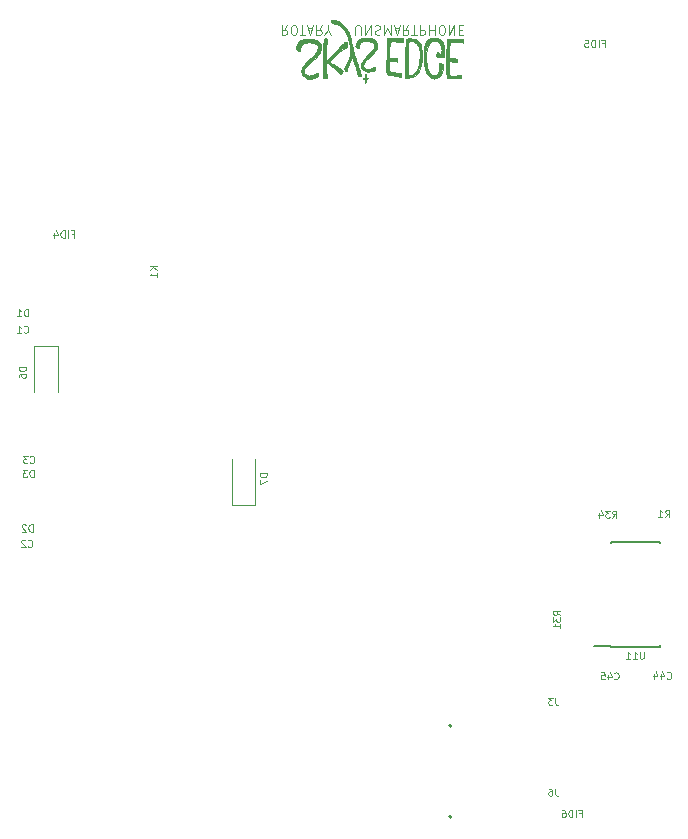
<source format=gbr>
G04 #@! TF.GenerationSoftware,KiCad,Pcbnew,5.1.6+dfsg1-1~bpo10+1*
G04 #@! TF.CreationDate,2021-06-19T16:41:49-04:00*
G04 #@! TF.ProjectId,RUSP_Daughterboard,52555350-5f44-4617-9567-68746572626f,rev?*
G04 #@! TF.SameCoordinates,Original*
G04 #@! TF.FileFunction,Legend,Bot*
G04 #@! TF.FilePolarity,Positive*
%FSLAX46Y46*%
G04 Gerber Fmt 4.6, Leading zero omitted, Abs format (unit mm)*
G04 Created by KiCad (PCBNEW 5.1.6+dfsg1-1~bpo10+1) date 2021-06-19 16:41:49*
%MOMM*%
%LPD*%
G01*
G04 APERTURE LIST*
%ADD10C,0.120000*%
%ADD11C,0.150000*%
%ADD12C,0.010000*%
G04 APERTURE END LIST*
D10*
X145380952Y-70438095D02*
X145114285Y-70819047D01*
X144923809Y-70438095D02*
X144923809Y-71238095D01*
X145228571Y-71238095D01*
X145304761Y-71200000D01*
X145342857Y-71161904D01*
X145380952Y-71085714D01*
X145380952Y-70971428D01*
X145342857Y-70895238D01*
X145304761Y-70857142D01*
X145228571Y-70819047D01*
X144923809Y-70819047D01*
X145876190Y-71238095D02*
X146028571Y-71238095D01*
X146104761Y-71200000D01*
X146180952Y-71123809D01*
X146219047Y-70971428D01*
X146219047Y-70704761D01*
X146180952Y-70552380D01*
X146104761Y-70476190D01*
X146028571Y-70438095D01*
X145876190Y-70438095D01*
X145800000Y-70476190D01*
X145723809Y-70552380D01*
X145685714Y-70704761D01*
X145685714Y-70971428D01*
X145723809Y-71123809D01*
X145800000Y-71200000D01*
X145876190Y-71238095D01*
X146447619Y-71238095D02*
X146904761Y-71238095D01*
X146676190Y-70438095D02*
X146676190Y-71238095D01*
X147133333Y-70666666D02*
X147514285Y-70666666D01*
X147057142Y-70438095D02*
X147323809Y-71238095D01*
X147590476Y-70438095D01*
X148314285Y-70438095D02*
X148047619Y-70819047D01*
X147857142Y-70438095D02*
X147857142Y-71238095D01*
X148161904Y-71238095D01*
X148238095Y-71200000D01*
X148276190Y-71161904D01*
X148314285Y-71085714D01*
X148314285Y-70971428D01*
X148276190Y-70895238D01*
X148238095Y-70857142D01*
X148161904Y-70819047D01*
X147857142Y-70819047D01*
X148809523Y-70819047D02*
X148809523Y-70438095D01*
X148542857Y-71238095D02*
X148809523Y-70819047D01*
X149076190Y-71238095D01*
X151171428Y-71238095D02*
X151171428Y-70590476D01*
X151209523Y-70514285D01*
X151247619Y-70476190D01*
X151323809Y-70438095D01*
X151476190Y-70438095D01*
X151552380Y-70476190D01*
X151590476Y-70514285D01*
X151628571Y-70590476D01*
X151628571Y-71238095D01*
X152009523Y-70438095D02*
X152009523Y-71238095D01*
X152466666Y-70438095D01*
X152466666Y-71238095D01*
X152809523Y-70476190D02*
X152923809Y-70438095D01*
X153114285Y-70438095D01*
X153190476Y-70476190D01*
X153228571Y-70514285D01*
X153266666Y-70590476D01*
X153266666Y-70666666D01*
X153228571Y-70742857D01*
X153190476Y-70780952D01*
X153114285Y-70819047D01*
X152961904Y-70857142D01*
X152885714Y-70895238D01*
X152847619Y-70933333D01*
X152809523Y-71009523D01*
X152809523Y-71085714D01*
X152847619Y-71161904D01*
X152885714Y-71200000D01*
X152961904Y-71238095D01*
X153152380Y-71238095D01*
X153266666Y-71200000D01*
X153609523Y-70438095D02*
X153609523Y-71238095D01*
X153876190Y-70666666D01*
X154142857Y-71238095D01*
X154142857Y-70438095D01*
X154485714Y-70666666D02*
X154866666Y-70666666D01*
X154409523Y-70438095D02*
X154676190Y-71238095D01*
X154942857Y-70438095D01*
X155666666Y-70438095D02*
X155400000Y-70819047D01*
X155209523Y-70438095D02*
X155209523Y-71238095D01*
X155514285Y-71238095D01*
X155590476Y-71200000D01*
X155628571Y-71161904D01*
X155666666Y-71085714D01*
X155666666Y-70971428D01*
X155628571Y-70895238D01*
X155590476Y-70857142D01*
X155514285Y-70819047D01*
X155209523Y-70819047D01*
X155895238Y-71238095D02*
X156352380Y-71238095D01*
X156123809Y-70438095D02*
X156123809Y-71238095D01*
X156619047Y-70438095D02*
X156619047Y-71238095D01*
X156923809Y-71238095D01*
X157000000Y-71200000D01*
X157038095Y-71161904D01*
X157076190Y-71085714D01*
X157076190Y-70971428D01*
X157038095Y-70895238D01*
X157000000Y-70857142D01*
X156923809Y-70819047D01*
X156619047Y-70819047D01*
X157419047Y-70438095D02*
X157419047Y-71238095D01*
X157419047Y-70857142D02*
X157876190Y-70857142D01*
X157876190Y-70438095D02*
X157876190Y-71238095D01*
X158409523Y-71238095D02*
X158561904Y-71238095D01*
X158638095Y-71200000D01*
X158714285Y-71123809D01*
X158752380Y-70971428D01*
X158752380Y-70704761D01*
X158714285Y-70552380D01*
X158638095Y-70476190D01*
X158561904Y-70438095D01*
X158409523Y-70438095D01*
X158333333Y-70476190D01*
X158257142Y-70552380D01*
X158219047Y-70704761D01*
X158219047Y-70971428D01*
X158257142Y-71123809D01*
X158333333Y-71200000D01*
X158409523Y-71238095D01*
X159095238Y-70438095D02*
X159095238Y-71238095D01*
X159552380Y-70438095D01*
X159552380Y-71238095D01*
X159933333Y-70857142D02*
X160200000Y-70857142D01*
X160314285Y-70438095D02*
X159933333Y-70438095D01*
X159933333Y-71238095D01*
X160314285Y-71238095D01*
D11*
X159311803Y-129750000D02*
G75*
G03*
X159311803Y-129750000I-111803J0D01*
G01*
X159311803Y-137450000D02*
G75*
G03*
X159311803Y-137450000I-111803J0D01*
G01*
X172775000Y-123050000D02*
X172775000Y-123025000D01*
X176925000Y-123050000D02*
X176925000Y-122935000D01*
X176925000Y-114150000D02*
X176925000Y-114265000D01*
X172775000Y-114150000D02*
X172775000Y-114265000D01*
X172775000Y-123050000D02*
X176925000Y-123050000D01*
X172775000Y-114150000D02*
X176925000Y-114150000D01*
X172775000Y-123025000D02*
X171400000Y-123025000D01*
D10*
X124000000Y-97550000D02*
X124000000Y-101450000D01*
X126000000Y-97550000D02*
X126000000Y-101450000D01*
X124000000Y-97550000D02*
X126000000Y-97550000D01*
X142700000Y-111050000D02*
X140700000Y-111050000D01*
X140700000Y-111050000D02*
X140700000Y-107150000D01*
X142700000Y-111050000D02*
X142700000Y-107150000D01*
D12*
G36*
X151582027Y-74717119D02*
G01*
X151627971Y-74695121D01*
X151631396Y-74689271D01*
X151629853Y-74645319D01*
X151612009Y-74557939D01*
X151580389Y-74435612D01*
X151537516Y-74286819D01*
X151485915Y-74120042D01*
X151428111Y-73943761D01*
X151366626Y-73766458D01*
X151314220Y-73623569D01*
X151241465Y-73427433D01*
X151180168Y-73252999D01*
X151126994Y-73088505D01*
X151078607Y-72922187D01*
X151031670Y-72742283D01*
X150982847Y-72537031D01*
X150928804Y-72294666D01*
X150901262Y-72167432D01*
X150832751Y-71859746D01*
X150769406Y-71599981D01*
X150709087Y-71381326D01*
X150649657Y-71196971D01*
X150588976Y-71040105D01*
X150524905Y-70903916D01*
X150477688Y-70818587D01*
X150362788Y-70652413D01*
X150214019Y-70479544D01*
X150047462Y-70316822D01*
X149879196Y-70181086D01*
X149848913Y-70160108D01*
X149732472Y-70092315D01*
X149604642Y-70035053D01*
X149475054Y-69990499D01*
X149353340Y-69960831D01*
X149249131Y-69948223D01*
X149172058Y-69954853D01*
X149131752Y-69982897D01*
X149128161Y-69997228D01*
X149128130Y-70093206D01*
X149137863Y-70177578D01*
X149154825Y-70230283D01*
X149158157Y-70234558D01*
X149194580Y-70250218D01*
X149270402Y-70270277D01*
X149370433Y-70290815D01*
X149388944Y-70294106D01*
X149577709Y-70340628D01*
X149743141Y-70414306D01*
X149899047Y-70523125D01*
X150059234Y-70675071D01*
X150072968Y-70689672D01*
X150219920Y-70866465D01*
X150344922Y-71061224D01*
X150450393Y-71280429D01*
X150538750Y-71530562D01*
X150612413Y-71818102D01*
X150673799Y-72149530D01*
X150708356Y-72392282D01*
X150729592Y-72564118D01*
X150742713Y-72704473D01*
X150745569Y-72823767D01*
X150736013Y-72932417D01*
X150711898Y-73040840D01*
X150671075Y-73159455D01*
X150611399Y-73298678D01*
X150530720Y-73468927D01*
X150454204Y-73625137D01*
X150207625Y-74126185D01*
X150256040Y-74208819D01*
X150308756Y-74280825D01*
X150362991Y-74327202D01*
X150406381Y-74338412D01*
X150416446Y-74332539D01*
X150430254Y-74298156D01*
X150449427Y-74224929D01*
X150469912Y-74128422D01*
X150470706Y-74124275D01*
X150497308Y-74020759D01*
X150541566Y-73886322D01*
X150596923Y-73739672D01*
X150647009Y-73621168D01*
X150725930Y-73447977D01*
X150787629Y-73321684D01*
X150835529Y-73237971D01*
X150873052Y-73192522D01*
X150903621Y-73181023D01*
X150930658Y-73199155D01*
X150953446Y-73234694D01*
X150973550Y-73284596D01*
X151005298Y-73378013D01*
X151045806Y-73505186D01*
X151092193Y-73656358D01*
X151141576Y-73821769D01*
X151191074Y-73991662D01*
X151237802Y-74156279D01*
X151278880Y-74305861D01*
X151311425Y-74430651D01*
X151330510Y-74511250D01*
X151376795Y-74725217D01*
X151497198Y-74725217D01*
X151582027Y-74717119D01*
G37*
X151582027Y-74717119D02*
X151627971Y-74695121D01*
X151631396Y-74689271D01*
X151629853Y-74645319D01*
X151612009Y-74557939D01*
X151580389Y-74435612D01*
X151537516Y-74286819D01*
X151485915Y-74120042D01*
X151428111Y-73943761D01*
X151366626Y-73766458D01*
X151314220Y-73623569D01*
X151241465Y-73427433D01*
X151180168Y-73252999D01*
X151126994Y-73088505D01*
X151078607Y-72922187D01*
X151031670Y-72742283D01*
X150982847Y-72537031D01*
X150928804Y-72294666D01*
X150901262Y-72167432D01*
X150832751Y-71859746D01*
X150769406Y-71599981D01*
X150709087Y-71381326D01*
X150649657Y-71196971D01*
X150588976Y-71040105D01*
X150524905Y-70903916D01*
X150477688Y-70818587D01*
X150362788Y-70652413D01*
X150214019Y-70479544D01*
X150047462Y-70316822D01*
X149879196Y-70181086D01*
X149848913Y-70160108D01*
X149732472Y-70092315D01*
X149604642Y-70035053D01*
X149475054Y-69990499D01*
X149353340Y-69960831D01*
X149249131Y-69948223D01*
X149172058Y-69954853D01*
X149131752Y-69982897D01*
X149128161Y-69997228D01*
X149128130Y-70093206D01*
X149137863Y-70177578D01*
X149154825Y-70230283D01*
X149158157Y-70234558D01*
X149194580Y-70250218D01*
X149270402Y-70270277D01*
X149370433Y-70290815D01*
X149388944Y-70294106D01*
X149577709Y-70340628D01*
X149743141Y-70414306D01*
X149899047Y-70523125D01*
X150059234Y-70675071D01*
X150072968Y-70689672D01*
X150219920Y-70866465D01*
X150344922Y-71061224D01*
X150450393Y-71280429D01*
X150538750Y-71530562D01*
X150612413Y-71818102D01*
X150673799Y-72149530D01*
X150708356Y-72392282D01*
X150729592Y-72564118D01*
X150742713Y-72704473D01*
X150745569Y-72823767D01*
X150736013Y-72932417D01*
X150711898Y-73040840D01*
X150671075Y-73159455D01*
X150611399Y-73298678D01*
X150530720Y-73468927D01*
X150454204Y-73625137D01*
X150207625Y-74126185D01*
X150256040Y-74208819D01*
X150308756Y-74280825D01*
X150362991Y-74327202D01*
X150406381Y-74338412D01*
X150416446Y-74332539D01*
X150430254Y-74298156D01*
X150449427Y-74224929D01*
X150469912Y-74128422D01*
X150470706Y-74124275D01*
X150497308Y-74020759D01*
X150541566Y-73886322D01*
X150596923Y-73739672D01*
X150647009Y-73621168D01*
X150725930Y-73447977D01*
X150787629Y-73321684D01*
X150835529Y-73237971D01*
X150873052Y-73192522D01*
X150903621Y-73181023D01*
X150930658Y-73199155D01*
X150953446Y-73234694D01*
X150973550Y-73284596D01*
X151005298Y-73378013D01*
X151045806Y-73505186D01*
X151092193Y-73656358D01*
X151141576Y-73821769D01*
X151191074Y-73991662D01*
X151237802Y-74156279D01*
X151278880Y-74305861D01*
X151311425Y-74430651D01*
X151330510Y-74511250D01*
X151376795Y-74725217D01*
X151497198Y-74725217D01*
X151582027Y-74717119D01*
G36*
X152441121Y-74330019D02*
G01*
X152627215Y-74278535D01*
X152644293Y-74272351D01*
X152858260Y-74193256D01*
X152858260Y-74074344D01*
X152852786Y-73997823D01*
X152839044Y-73947423D01*
X152832550Y-73939543D01*
X152796195Y-73944105D01*
X152734445Y-73974141D01*
X152704524Y-73993086D01*
X152565603Y-74064467D01*
X152407283Y-74109408D01*
X152246306Y-74125819D01*
X152099415Y-74111611D01*
X152009114Y-74079890D01*
X151913760Y-74002052D01*
X151855616Y-73894722D01*
X151838382Y-73772289D01*
X151865757Y-73649147D01*
X151887551Y-73606909D01*
X151917231Y-73562198D01*
X151955551Y-73513440D01*
X152007855Y-73455182D01*
X152079488Y-73381969D01*
X152175794Y-73288350D01*
X152302117Y-73168869D01*
X152463801Y-73018074D01*
X152472518Y-73009977D01*
X152637837Y-72851570D01*
X152763988Y-72717516D01*
X152856304Y-72599478D01*
X152920121Y-72489120D01*
X152960771Y-72378107D01*
X152983589Y-72258103D01*
X152989176Y-72202549D01*
X152980794Y-72012623D01*
X152925831Y-71847498D01*
X152827874Y-71712215D01*
X152690512Y-71611813D01*
X152526956Y-71553367D01*
X152403271Y-71533667D01*
X152247525Y-71519302D01*
X152079005Y-71511031D01*
X151916997Y-71509619D01*
X151780789Y-71515825D01*
X151729394Y-71521865D01*
X151560916Y-71574779D01*
X151416244Y-71673510D01*
X151300992Y-71811742D01*
X151220773Y-71983158D01*
X151186560Y-72132697D01*
X151178527Y-72211766D01*
X151188773Y-72257888D01*
X151226481Y-72292579D01*
X151264847Y-72316114D01*
X151363011Y-72371387D01*
X151424254Y-72393331D01*
X151458239Y-72378262D01*
X151474628Y-72322495D01*
X151482403Y-72233181D01*
X151510506Y-72070892D01*
X151573626Y-71945565D01*
X151674641Y-71855064D01*
X151816433Y-71797252D01*
X152001884Y-71769992D01*
X152110666Y-71767145D01*
X152317023Y-71780064D01*
X152488893Y-71815507D01*
X152620200Y-71871664D01*
X152702528Y-71943486D01*
X152743648Y-72038803D01*
X152756120Y-72160543D01*
X152739773Y-72287822D01*
X152706082Y-72379117D01*
X152672677Y-72426361D01*
X152606748Y-72505346D01*
X152514824Y-72608778D01*
X152403435Y-72729360D01*
X152279112Y-72859800D01*
X152237428Y-72902672D01*
X152044056Y-73105342D01*
X151890788Y-73277979D01*
X151774965Y-73425479D01*
X151693927Y-73552741D01*
X151645013Y-73664661D01*
X151625565Y-73766137D01*
X151632922Y-73862067D01*
X151664424Y-73957346D01*
X151664505Y-73957529D01*
X151751697Y-74100190D01*
X151873106Y-74226926D01*
X151984614Y-74304060D01*
X152107635Y-74343367D01*
X152263866Y-74351824D01*
X152441121Y-74330019D01*
G37*
X152441121Y-74330019D02*
X152627215Y-74278535D01*
X152644293Y-74272351D01*
X152858260Y-74193256D01*
X152858260Y-74074344D01*
X152852786Y-73997823D01*
X152839044Y-73947423D01*
X152832550Y-73939543D01*
X152796195Y-73944105D01*
X152734445Y-73974141D01*
X152704524Y-73993086D01*
X152565603Y-74064467D01*
X152407283Y-74109408D01*
X152246306Y-74125819D01*
X152099415Y-74111611D01*
X152009114Y-74079890D01*
X151913760Y-74002052D01*
X151855616Y-73894722D01*
X151838382Y-73772289D01*
X151865757Y-73649147D01*
X151887551Y-73606909D01*
X151917231Y-73562198D01*
X151955551Y-73513440D01*
X152007855Y-73455182D01*
X152079488Y-73381969D01*
X152175794Y-73288350D01*
X152302117Y-73168869D01*
X152463801Y-73018074D01*
X152472518Y-73009977D01*
X152637837Y-72851570D01*
X152763988Y-72717516D01*
X152856304Y-72599478D01*
X152920121Y-72489120D01*
X152960771Y-72378107D01*
X152983589Y-72258103D01*
X152989176Y-72202549D01*
X152980794Y-72012623D01*
X152925831Y-71847498D01*
X152827874Y-71712215D01*
X152690512Y-71611813D01*
X152526956Y-71553367D01*
X152403271Y-71533667D01*
X152247525Y-71519302D01*
X152079005Y-71511031D01*
X151916997Y-71509619D01*
X151780789Y-71515825D01*
X151729394Y-71521865D01*
X151560916Y-71574779D01*
X151416244Y-71673510D01*
X151300992Y-71811742D01*
X151220773Y-71983158D01*
X151186560Y-72132697D01*
X151178527Y-72211766D01*
X151188773Y-72257888D01*
X151226481Y-72292579D01*
X151264847Y-72316114D01*
X151363011Y-72371387D01*
X151424254Y-72393331D01*
X151458239Y-72378262D01*
X151474628Y-72322495D01*
X151482403Y-72233181D01*
X151510506Y-72070892D01*
X151573626Y-71945565D01*
X151674641Y-71855064D01*
X151816433Y-71797252D01*
X152001884Y-71769992D01*
X152110666Y-71767145D01*
X152317023Y-71780064D01*
X152488893Y-71815507D01*
X152620200Y-71871664D01*
X152702528Y-71943486D01*
X152743648Y-72038803D01*
X152756120Y-72160543D01*
X152739773Y-72287822D01*
X152706082Y-72379117D01*
X152672677Y-72426361D01*
X152606748Y-72505346D01*
X152514824Y-72608778D01*
X152403435Y-72729360D01*
X152279112Y-72859800D01*
X152237428Y-72902672D01*
X152044056Y-73105342D01*
X151890788Y-73277979D01*
X151774965Y-73425479D01*
X151693927Y-73552741D01*
X151645013Y-73664661D01*
X151625565Y-73766137D01*
X151632922Y-73862067D01*
X151664424Y-73957346D01*
X151664505Y-73957529D01*
X151751697Y-74100190D01*
X151873106Y-74226926D01*
X151984614Y-74304060D01*
X152107635Y-74343367D01*
X152263866Y-74351824D01*
X152441121Y-74330019D01*
G36*
X157861661Y-74940804D02*
G01*
X157943812Y-74926419D01*
X157996827Y-74915181D01*
X158159886Y-74852904D01*
X158298873Y-74742272D01*
X158412596Y-74585184D01*
X158499863Y-74383538D01*
X158559480Y-74139234D01*
X158580176Y-73986158D01*
X158591075Y-73867327D01*
X158597704Y-73770555D01*
X158599371Y-73707918D01*
X158597123Y-73690747D01*
X158565678Y-73682188D01*
X158494473Y-73671065D01*
X158398744Y-73659746D01*
X158396038Y-73659468D01*
X158206848Y-73640085D01*
X158221660Y-73720205D01*
X158234924Y-73791784D01*
X158253491Y-73891765D01*
X158267290Y-73965978D01*
X158283948Y-74158642D01*
X158260887Y-74326187D01*
X158202228Y-74463977D01*
X158112095Y-74567373D01*
X157994610Y-74631737D01*
X157853897Y-74652431D01*
X157694077Y-74624817D01*
X157684425Y-74621674D01*
X157567646Y-74565166D01*
X157468840Y-74477051D01*
X157385579Y-74352700D01*
X157315431Y-74187489D01*
X157255968Y-73976790D01*
X157204758Y-73715976D01*
X157202915Y-73704850D01*
X157181186Y-73510330D01*
X157171904Y-73280105D01*
X157174623Y-73032164D01*
X157188900Y-72784493D01*
X157214291Y-72555079D01*
X157234265Y-72435775D01*
X157296317Y-72199117D01*
X157380724Y-72012638D01*
X157488051Y-71875781D01*
X157618863Y-71787989D01*
X157773726Y-71748705D01*
X157926639Y-71753301D01*
X158102405Y-71797376D01*
X158241552Y-71877715D01*
X158345560Y-71996495D01*
X158415904Y-72155890D01*
X158454064Y-72358076D01*
X158462449Y-72542239D01*
X158458946Y-72705975D01*
X158447225Y-72818162D01*
X158424559Y-72882194D01*
X158388219Y-72901467D01*
X158335478Y-72879375D01*
X158263607Y-72819313D01*
X158250157Y-72806413D01*
X158161945Y-72735191D01*
X158095571Y-72714559D01*
X158050531Y-72744756D01*
X158026324Y-72826021D01*
X158021509Y-72915467D01*
X158024668Y-73010977D01*
X158039780Y-73074497D01*
X158076338Y-73113085D01*
X158143834Y-73133798D01*
X158251759Y-73143695D01*
X158333067Y-73147132D01*
X158455041Y-73151125D01*
X158545744Y-73148383D01*
X158609520Y-73131992D01*
X158650710Y-73095039D01*
X158673657Y-73030614D01*
X158682702Y-72931802D01*
X158682187Y-72791692D01*
X158676456Y-72603372D01*
X158676368Y-72600622D01*
X158668494Y-72405420D01*
X158658171Y-72254025D01*
X158644114Y-72135038D01*
X158625034Y-72037064D01*
X158604435Y-71963448D01*
X158525889Y-71786963D01*
X158416912Y-71651547D01*
X158281148Y-71561649D01*
X158272438Y-71557888D01*
X158175295Y-71531414D01*
X158042550Y-71513808D01*
X157893217Y-71505782D01*
X157746306Y-71508048D01*
X157620828Y-71521318D01*
X157574090Y-71531722D01*
X157402569Y-71602015D01*
X157264448Y-71708492D01*
X157155339Y-71855971D01*
X157070850Y-72049266D01*
X157053934Y-72102391D01*
X157002353Y-72326430D01*
X156967448Y-72589892D01*
X156949097Y-72879598D01*
X156947179Y-73182369D01*
X156961574Y-73485028D01*
X156992159Y-73774396D01*
X157038815Y-74037294D01*
X157072954Y-74171640D01*
X157156092Y-74411527D01*
X157253211Y-74601250D01*
X157367371Y-74744771D01*
X157501633Y-74846052D01*
X157637931Y-74903116D01*
X157732099Y-74929938D01*
X157798883Y-74942239D01*
X157861661Y-74940804D01*
G37*
X157861661Y-74940804D02*
X157943812Y-74926419D01*
X157996827Y-74915181D01*
X158159886Y-74852904D01*
X158298873Y-74742272D01*
X158412596Y-74585184D01*
X158499863Y-74383538D01*
X158559480Y-74139234D01*
X158580176Y-73986158D01*
X158591075Y-73867327D01*
X158597704Y-73770555D01*
X158599371Y-73707918D01*
X158597123Y-73690747D01*
X158565678Y-73682188D01*
X158494473Y-73671065D01*
X158398744Y-73659746D01*
X158396038Y-73659468D01*
X158206848Y-73640085D01*
X158221660Y-73720205D01*
X158234924Y-73791784D01*
X158253491Y-73891765D01*
X158267290Y-73965978D01*
X158283948Y-74158642D01*
X158260887Y-74326187D01*
X158202228Y-74463977D01*
X158112095Y-74567373D01*
X157994610Y-74631737D01*
X157853897Y-74652431D01*
X157694077Y-74624817D01*
X157684425Y-74621674D01*
X157567646Y-74565166D01*
X157468840Y-74477051D01*
X157385579Y-74352700D01*
X157315431Y-74187489D01*
X157255968Y-73976790D01*
X157204758Y-73715976D01*
X157202915Y-73704850D01*
X157181186Y-73510330D01*
X157171904Y-73280105D01*
X157174623Y-73032164D01*
X157188900Y-72784493D01*
X157214291Y-72555079D01*
X157234265Y-72435775D01*
X157296317Y-72199117D01*
X157380724Y-72012638D01*
X157488051Y-71875781D01*
X157618863Y-71787989D01*
X157773726Y-71748705D01*
X157926639Y-71753301D01*
X158102405Y-71797376D01*
X158241552Y-71877715D01*
X158345560Y-71996495D01*
X158415904Y-72155890D01*
X158454064Y-72358076D01*
X158462449Y-72542239D01*
X158458946Y-72705975D01*
X158447225Y-72818162D01*
X158424559Y-72882194D01*
X158388219Y-72901467D01*
X158335478Y-72879375D01*
X158263607Y-72819313D01*
X158250157Y-72806413D01*
X158161945Y-72735191D01*
X158095571Y-72714559D01*
X158050531Y-72744756D01*
X158026324Y-72826021D01*
X158021509Y-72915467D01*
X158024668Y-73010977D01*
X158039780Y-73074497D01*
X158076338Y-73113085D01*
X158143834Y-73133798D01*
X158251759Y-73143695D01*
X158333067Y-73147132D01*
X158455041Y-73151125D01*
X158545744Y-73148383D01*
X158609520Y-73131992D01*
X158650710Y-73095039D01*
X158673657Y-73030614D01*
X158682702Y-72931802D01*
X158682187Y-72791692D01*
X158676456Y-72603372D01*
X158676368Y-72600622D01*
X158668494Y-72405420D01*
X158658171Y-72254025D01*
X158644114Y-72135038D01*
X158625034Y-72037064D01*
X158604435Y-71963448D01*
X158525889Y-71786963D01*
X158416912Y-71651547D01*
X158281148Y-71561649D01*
X158272438Y-71557888D01*
X158175295Y-71531414D01*
X158042550Y-71513808D01*
X157893217Y-71505782D01*
X157746306Y-71508048D01*
X157620828Y-71521318D01*
X157574090Y-71531722D01*
X157402569Y-71602015D01*
X157264448Y-71708492D01*
X157155339Y-71855971D01*
X157070850Y-72049266D01*
X157053934Y-72102391D01*
X157002353Y-72326430D01*
X156967448Y-72589892D01*
X156949097Y-72879598D01*
X156947179Y-73182369D01*
X156961574Y-73485028D01*
X156992159Y-73774396D01*
X157038815Y-74037294D01*
X157072954Y-74171640D01*
X157156092Y-74411527D01*
X157253211Y-74601250D01*
X157367371Y-74744771D01*
X157501633Y-74846052D01*
X157637931Y-74903116D01*
X157732099Y-74929938D01*
X157798883Y-74942239D01*
X157861661Y-74940804D01*
G36*
X155060139Y-74799635D02*
G01*
X155065015Y-74734377D01*
X155068731Y-74652621D01*
X155070363Y-74573724D01*
X155069516Y-74525054D01*
X155057763Y-74495944D01*
X155018071Y-74480842D01*
X154937828Y-74475491D01*
X154922010Y-74475271D01*
X154837079Y-74469780D01*
X154714674Y-74455951D01*
X154571540Y-74435906D01*
X154432240Y-74413152D01*
X154283576Y-74386395D01*
X154176028Y-74360554D01*
X154102705Y-74326769D01*
X154056712Y-74276178D01*
X154031155Y-74199920D01*
X154019141Y-74089135D01*
X154013775Y-73934961D01*
X154012296Y-73873361D01*
X154009709Y-73722171D01*
X154014843Y-73609819D01*
X154034447Y-73531827D01*
X154075271Y-73483719D01*
X154144065Y-73461018D01*
X154247579Y-73459248D01*
X154392564Y-73473931D01*
X154576357Y-73499254D01*
X154669827Y-73503512D01*
X154721078Y-73478879D01*
X154735373Y-73418781D01*
X154719069Y-73321026D01*
X154694239Y-73220543D01*
X154382650Y-73220543D01*
X154239245Y-73218976D01*
X154141899Y-73213535D01*
X154081521Y-73203116D01*
X154049022Y-73186610D01*
X154042511Y-73179130D01*
X154033263Y-73136925D01*
X154027925Y-73049944D01*
X154026208Y-72928469D01*
X154027823Y-72782783D01*
X154032480Y-72623168D01*
X154039889Y-72459904D01*
X154049762Y-72303275D01*
X154061808Y-72163562D01*
X154073925Y-72063132D01*
X154090075Y-71958091D01*
X154108844Y-71884273D01*
X154139182Y-71836671D01*
X154190039Y-71810274D01*
X154270365Y-71800073D01*
X154389111Y-71801060D01*
X154531294Y-71807149D01*
X154680473Y-71815934D01*
X154821868Y-71827890D01*
X154939885Y-71841473D01*
X155018928Y-71855137D01*
X155021077Y-71855668D01*
X155126833Y-71876754D01*
X155190606Y-71869896D01*
X155221552Y-71827977D01*
X155228829Y-71743875D01*
X155227094Y-71695497D01*
X155218804Y-71536413D01*
X154539723Y-71529038D01*
X153860643Y-71521662D01*
X153842867Y-71832893D01*
X153836653Y-71963513D01*
X153830629Y-72130875D01*
X153824889Y-72327960D01*
X153819526Y-72547749D01*
X153814634Y-72783223D01*
X153810309Y-73027362D01*
X153806643Y-73273149D01*
X153803730Y-73513562D01*
X153801666Y-73741584D01*
X153800542Y-73950196D01*
X153800455Y-74132377D01*
X153801497Y-74281110D01*
X153803763Y-74389374D01*
X153807346Y-74450151D01*
X153807775Y-74453308D01*
X153827131Y-74581726D01*
X153984598Y-74610750D01*
X154066132Y-74626675D01*
X154188206Y-74651651D01*
X154337426Y-74682885D01*
X154500400Y-74717587D01*
X154595020Y-74738001D01*
X154745125Y-74770060D01*
X154875062Y-74796875D01*
X154975842Y-74816666D01*
X155038477Y-74827654D01*
X155055025Y-74829038D01*
X155060139Y-74799635D01*
G37*
X155060139Y-74799635D02*
X155065015Y-74734377D01*
X155068731Y-74652621D01*
X155070363Y-74573724D01*
X155069516Y-74525054D01*
X155057763Y-74495944D01*
X155018071Y-74480842D01*
X154937828Y-74475491D01*
X154922010Y-74475271D01*
X154837079Y-74469780D01*
X154714674Y-74455951D01*
X154571540Y-74435906D01*
X154432240Y-74413152D01*
X154283576Y-74386395D01*
X154176028Y-74360554D01*
X154102705Y-74326769D01*
X154056712Y-74276178D01*
X154031155Y-74199920D01*
X154019141Y-74089135D01*
X154013775Y-73934961D01*
X154012296Y-73873361D01*
X154009709Y-73722171D01*
X154014843Y-73609819D01*
X154034447Y-73531827D01*
X154075271Y-73483719D01*
X154144065Y-73461018D01*
X154247579Y-73459248D01*
X154392564Y-73473931D01*
X154576357Y-73499254D01*
X154669827Y-73503512D01*
X154721078Y-73478879D01*
X154735373Y-73418781D01*
X154719069Y-73321026D01*
X154694239Y-73220543D01*
X154382650Y-73220543D01*
X154239245Y-73218976D01*
X154141899Y-73213535D01*
X154081521Y-73203116D01*
X154049022Y-73186610D01*
X154042511Y-73179130D01*
X154033263Y-73136925D01*
X154027925Y-73049944D01*
X154026208Y-72928469D01*
X154027823Y-72782783D01*
X154032480Y-72623168D01*
X154039889Y-72459904D01*
X154049762Y-72303275D01*
X154061808Y-72163562D01*
X154073925Y-72063132D01*
X154090075Y-71958091D01*
X154108844Y-71884273D01*
X154139182Y-71836671D01*
X154190039Y-71810274D01*
X154270365Y-71800073D01*
X154389111Y-71801060D01*
X154531294Y-71807149D01*
X154680473Y-71815934D01*
X154821868Y-71827890D01*
X154939885Y-71841473D01*
X155018928Y-71855137D01*
X155021077Y-71855668D01*
X155126833Y-71876754D01*
X155190606Y-71869896D01*
X155221552Y-71827977D01*
X155228829Y-71743875D01*
X155227094Y-71695497D01*
X155218804Y-71536413D01*
X154539723Y-71529038D01*
X153860643Y-71521662D01*
X153842867Y-71832893D01*
X153836653Y-71963513D01*
X153830629Y-72130875D01*
X153824889Y-72327960D01*
X153819526Y-72547749D01*
X153814634Y-72783223D01*
X153810309Y-73027362D01*
X153806643Y-73273149D01*
X153803730Y-73513562D01*
X153801666Y-73741584D01*
X153800542Y-73950196D01*
X153800455Y-74132377D01*
X153801497Y-74281110D01*
X153803763Y-74389374D01*
X153807346Y-74450151D01*
X153807775Y-74453308D01*
X153827131Y-74581726D01*
X153984598Y-74610750D01*
X154066132Y-74626675D01*
X154188206Y-74651651D01*
X154337426Y-74682885D01*
X154500400Y-74717587D01*
X154595020Y-74738001D01*
X154745125Y-74770060D01*
X154875062Y-74796875D01*
X154975842Y-74816666D01*
X155038477Y-74827654D01*
X155055025Y-74829038D01*
X155060139Y-74799635D01*
G36*
X148788086Y-74843872D02*
G01*
X148747649Y-74638144D01*
X148714412Y-74432664D01*
X148689158Y-74236176D01*
X148672669Y-74057427D01*
X148665730Y-73905161D01*
X148669123Y-73788124D01*
X148683632Y-73715062D01*
X148686475Y-73709062D01*
X148719197Y-73666449D01*
X148762601Y-73648339D01*
X148821396Y-73657053D01*
X148900290Y-73694910D01*
X149003990Y-73764228D01*
X149137204Y-73867328D01*
X149304641Y-74006527D01*
X149324347Y-74023289D01*
X149445197Y-74129268D01*
X149573698Y-74246847D01*
X149689772Y-74357470D01*
X149737680Y-74405197D01*
X149818280Y-74484909D01*
X149885394Y-74546877D01*
X149929199Y-74582239D01*
X149939363Y-74587174D01*
X149961659Y-74563925D01*
X149996769Y-74503371D01*
X150031877Y-74430042D01*
X150101368Y-74272911D01*
X150037260Y-74223564D01*
X149993413Y-74193518D01*
X149911271Y-74140573D01*
X149799802Y-74070381D01*
X149667974Y-73988595D01*
X149543379Y-73912215D01*
X149402071Y-73824718D01*
X149274503Y-73743197D01*
X149169355Y-73673398D01*
X149095307Y-73621069D01*
X149062748Y-73594016D01*
X149036973Y-73557325D01*
X149030385Y-73517396D01*
X149046592Y-73466187D01*
X149089202Y-73395655D01*
X149161824Y-73297759D01*
X149239670Y-73199659D01*
X149504159Y-72910643D01*
X149796852Y-72667736D01*
X150123067Y-72466798D01*
X150278340Y-72390728D01*
X150391437Y-72335064D01*
X150463201Y-72283361D01*
X150498313Y-72223551D01*
X150501451Y-72143568D01*
X150477294Y-72031343D01*
X150451683Y-71943641D01*
X150425202Y-71881726D01*
X150383182Y-71857409D01*
X150329532Y-71853913D01*
X150276420Y-71859694D01*
X150226752Y-71882559D01*
X150168379Y-71930790D01*
X150089155Y-72012669D01*
X150076462Y-72026467D01*
X149996313Y-72112931D01*
X149890800Y-72225394D01*
X149772882Y-72350107D01*
X149655521Y-72473318D01*
X149640593Y-72488913D01*
X149517671Y-72618901D01*
X149386506Y-72760361D01*
X149262545Y-72896479D01*
X149161238Y-73010441D01*
X149158592Y-73013478D01*
X149046828Y-73140272D01*
X148963151Y-73230373D01*
X148900647Y-73289795D01*
X148852403Y-73324553D01*
X148811504Y-73340659D01*
X148778392Y-73344169D01*
X148737608Y-73337133D01*
X148707021Y-73311085D01*
X148685635Y-73259965D01*
X148672452Y-73177713D01*
X148666476Y-73058269D01*
X148666710Y-72895576D01*
X148671760Y-72695978D01*
X148686125Y-72400735D01*
X148708930Y-72142438D01*
X148739407Y-71929545D01*
X148743220Y-71909130D01*
X148766190Y-71786612D01*
X148784639Y-71682750D01*
X148796333Y-71610461D01*
X148799328Y-71584728D01*
X148775402Y-71562283D01*
X148701147Y-71551458D01*
X148647068Y-71550217D01*
X148545611Y-71556521D01*
X148491103Y-71574693D01*
X148483714Y-71584728D01*
X148480741Y-71619760D01*
X148477124Y-71703762D01*
X148472988Y-71830494D01*
X148468455Y-71993714D01*
X148463648Y-72187181D01*
X148458692Y-72404654D01*
X148453708Y-72639892D01*
X148448821Y-72886653D01*
X148444154Y-73138696D01*
X148439830Y-73389781D01*
X148435973Y-73633664D01*
X148432705Y-73864107D01*
X148430151Y-74074866D01*
X148428433Y-74259701D01*
X148427674Y-74412371D01*
X148427661Y-74421522D01*
X148427065Y-74904674D01*
X148615907Y-74912894D01*
X148804748Y-74921114D01*
X148788086Y-74843872D01*
G37*
X148788086Y-74843872D02*
X148747649Y-74638144D01*
X148714412Y-74432664D01*
X148689158Y-74236176D01*
X148672669Y-74057427D01*
X148665730Y-73905161D01*
X148669123Y-73788124D01*
X148683632Y-73715062D01*
X148686475Y-73709062D01*
X148719197Y-73666449D01*
X148762601Y-73648339D01*
X148821396Y-73657053D01*
X148900290Y-73694910D01*
X149003990Y-73764228D01*
X149137204Y-73867328D01*
X149304641Y-74006527D01*
X149324347Y-74023289D01*
X149445197Y-74129268D01*
X149573698Y-74246847D01*
X149689772Y-74357470D01*
X149737680Y-74405197D01*
X149818280Y-74484909D01*
X149885394Y-74546877D01*
X149929199Y-74582239D01*
X149939363Y-74587174D01*
X149961659Y-74563925D01*
X149996769Y-74503371D01*
X150031877Y-74430042D01*
X150101368Y-74272911D01*
X150037260Y-74223564D01*
X149993413Y-74193518D01*
X149911271Y-74140573D01*
X149799802Y-74070381D01*
X149667974Y-73988595D01*
X149543379Y-73912215D01*
X149402071Y-73824718D01*
X149274503Y-73743197D01*
X149169355Y-73673398D01*
X149095307Y-73621069D01*
X149062748Y-73594016D01*
X149036973Y-73557325D01*
X149030385Y-73517396D01*
X149046592Y-73466187D01*
X149089202Y-73395655D01*
X149161824Y-73297759D01*
X149239670Y-73199659D01*
X149504159Y-72910643D01*
X149796852Y-72667736D01*
X150123067Y-72466798D01*
X150278340Y-72390728D01*
X150391437Y-72335064D01*
X150463201Y-72283361D01*
X150498313Y-72223551D01*
X150501451Y-72143568D01*
X150477294Y-72031343D01*
X150451683Y-71943641D01*
X150425202Y-71881726D01*
X150383182Y-71857409D01*
X150329532Y-71853913D01*
X150276420Y-71859694D01*
X150226752Y-71882559D01*
X150168379Y-71930790D01*
X150089155Y-72012669D01*
X150076462Y-72026467D01*
X149996313Y-72112931D01*
X149890800Y-72225394D01*
X149772882Y-72350107D01*
X149655521Y-72473318D01*
X149640593Y-72488913D01*
X149517671Y-72618901D01*
X149386506Y-72760361D01*
X149262545Y-72896479D01*
X149161238Y-73010441D01*
X149158592Y-73013478D01*
X149046828Y-73140272D01*
X148963151Y-73230373D01*
X148900647Y-73289795D01*
X148852403Y-73324553D01*
X148811504Y-73340659D01*
X148778392Y-73344169D01*
X148737608Y-73337133D01*
X148707021Y-73311085D01*
X148685635Y-73259965D01*
X148672452Y-73177713D01*
X148666476Y-73058269D01*
X148666710Y-72895576D01*
X148671760Y-72695978D01*
X148686125Y-72400735D01*
X148708930Y-72142438D01*
X148739407Y-71929545D01*
X148743220Y-71909130D01*
X148766190Y-71786612D01*
X148784639Y-71682750D01*
X148796333Y-71610461D01*
X148799328Y-71584728D01*
X148775402Y-71562283D01*
X148701147Y-71551458D01*
X148647068Y-71550217D01*
X148545611Y-71556521D01*
X148491103Y-71574693D01*
X148483714Y-71584728D01*
X148480741Y-71619760D01*
X148477124Y-71703762D01*
X148472988Y-71830494D01*
X148468455Y-71993714D01*
X148463648Y-72187181D01*
X148458692Y-72404654D01*
X148453708Y-72639892D01*
X148448821Y-72886653D01*
X148444154Y-73138696D01*
X148439830Y-73389781D01*
X148435973Y-73633664D01*
X148432705Y-73864107D01*
X148430151Y-74074866D01*
X148428433Y-74259701D01*
X148427674Y-74412371D01*
X148427661Y-74421522D01*
X148427065Y-74904674D01*
X148615907Y-74912894D01*
X148804748Y-74921114D01*
X148788086Y-74843872D01*
G36*
X155639837Y-74858524D02*
G01*
X155786590Y-74850979D01*
X155894728Y-74838865D01*
X155980832Y-74819150D01*
X156061481Y-74788805D01*
X156088478Y-74776526D01*
X156278764Y-74657146D01*
X156440546Y-74491220D01*
X156573418Y-74279737D01*
X156676973Y-74023687D01*
X156750804Y-73724057D01*
X156794506Y-73381837D01*
X156807752Y-73027282D01*
X156795573Y-72682665D01*
X156758682Y-72386485D01*
X156696570Y-72137549D01*
X156608729Y-71934662D01*
X156494650Y-71776631D01*
X156353824Y-71662263D01*
X156196524Y-71593478D01*
X156107639Y-71574585D01*
X155993005Y-71560750D01*
X155864714Y-71552114D01*
X155734853Y-71548817D01*
X155615515Y-71550998D01*
X155518789Y-71558797D01*
X155456764Y-71572355D01*
X155440642Y-71584728D01*
X155438215Y-71616592D01*
X155434444Y-71697637D01*
X155429517Y-71821852D01*
X155423618Y-71983222D01*
X155416932Y-72175732D01*
X155409646Y-72393370D01*
X155401944Y-72630122D01*
X155394012Y-72879974D01*
X155386036Y-73136911D01*
X155378200Y-73394921D01*
X155370691Y-73647989D01*
X155363693Y-73890102D01*
X155362436Y-73935029D01*
X155592208Y-73935029D01*
X155592235Y-73694698D01*
X155592327Y-73571583D01*
X155594034Y-73192412D01*
X155598460Y-72854687D01*
X155605510Y-72560390D01*
X155615091Y-72311499D01*
X155627109Y-72109995D01*
X155641471Y-71957858D01*
X155658083Y-71857067D01*
X155675573Y-71811023D01*
X155723204Y-71781709D01*
X155793740Y-71763297D01*
X155863637Y-71754267D01*
X155908925Y-71747934D01*
X155909021Y-71747918D01*
X155946467Y-71756876D01*
X156017498Y-71784587D01*
X156102282Y-71822970D01*
X156267127Y-71920994D01*
X156394302Y-72043595D01*
X156496667Y-72204013D01*
X156521124Y-72254239D01*
X156550939Y-72322226D01*
X156572260Y-72384447D01*
X156586839Y-72452710D01*
X156596429Y-72538824D01*
X156602782Y-72654597D01*
X156607651Y-72811836D01*
X156608430Y-72842451D01*
X156604230Y-73179999D01*
X156575126Y-73491278D01*
X156522625Y-73772758D01*
X156448233Y-74020906D01*
X156353455Y-74232193D01*
X156239798Y-74403086D01*
X156108767Y-74530056D01*
X155961869Y-74609571D01*
X155843526Y-74635813D01*
X155750493Y-74637121D01*
X155672558Y-74625285D01*
X155650764Y-74616937D01*
X155635392Y-74607697D01*
X155622943Y-74594489D01*
X155613116Y-74571884D01*
X155605607Y-74534456D01*
X155600112Y-74476778D01*
X155596328Y-74393424D01*
X155593952Y-74278965D01*
X155592680Y-74127976D01*
X155592208Y-73935029D01*
X155362436Y-73935029D01*
X155357393Y-74115246D01*
X155351975Y-74317408D01*
X155347625Y-74490572D01*
X155344529Y-74628726D01*
X155342872Y-74725856D01*
X155342648Y-74762782D01*
X155343043Y-74869369D01*
X155639837Y-74858524D01*
G37*
X155639837Y-74858524D02*
X155786590Y-74850979D01*
X155894728Y-74838865D01*
X155980832Y-74819150D01*
X156061481Y-74788805D01*
X156088478Y-74776526D01*
X156278764Y-74657146D01*
X156440546Y-74491220D01*
X156573418Y-74279737D01*
X156676973Y-74023687D01*
X156750804Y-73724057D01*
X156794506Y-73381837D01*
X156807752Y-73027282D01*
X156795573Y-72682665D01*
X156758682Y-72386485D01*
X156696570Y-72137549D01*
X156608729Y-71934662D01*
X156494650Y-71776631D01*
X156353824Y-71662263D01*
X156196524Y-71593478D01*
X156107639Y-71574585D01*
X155993005Y-71560750D01*
X155864714Y-71552114D01*
X155734853Y-71548817D01*
X155615515Y-71550998D01*
X155518789Y-71558797D01*
X155456764Y-71572355D01*
X155440642Y-71584728D01*
X155438215Y-71616592D01*
X155434444Y-71697637D01*
X155429517Y-71821852D01*
X155423618Y-71983222D01*
X155416932Y-72175732D01*
X155409646Y-72393370D01*
X155401944Y-72630122D01*
X155394012Y-72879974D01*
X155386036Y-73136911D01*
X155378200Y-73394921D01*
X155370691Y-73647989D01*
X155363693Y-73890102D01*
X155362436Y-73935029D01*
X155592208Y-73935029D01*
X155592235Y-73694698D01*
X155592327Y-73571583D01*
X155594034Y-73192412D01*
X155598460Y-72854687D01*
X155605510Y-72560390D01*
X155615091Y-72311499D01*
X155627109Y-72109995D01*
X155641471Y-71957858D01*
X155658083Y-71857067D01*
X155675573Y-71811023D01*
X155723204Y-71781709D01*
X155793740Y-71763297D01*
X155863637Y-71754267D01*
X155908925Y-71747934D01*
X155909021Y-71747918D01*
X155946467Y-71756876D01*
X156017498Y-71784587D01*
X156102282Y-71822970D01*
X156267127Y-71920994D01*
X156394302Y-72043595D01*
X156496667Y-72204013D01*
X156521124Y-72254239D01*
X156550939Y-72322226D01*
X156572260Y-72384447D01*
X156586839Y-72452710D01*
X156596429Y-72538824D01*
X156602782Y-72654597D01*
X156607651Y-72811836D01*
X156608430Y-72842451D01*
X156604230Y-73179999D01*
X156575126Y-73491278D01*
X156522625Y-73772758D01*
X156448233Y-74020906D01*
X156353455Y-74232193D01*
X156239798Y-74403086D01*
X156108767Y-74530056D01*
X155961869Y-74609571D01*
X155843526Y-74635813D01*
X155750493Y-74637121D01*
X155672558Y-74625285D01*
X155650764Y-74616937D01*
X155635392Y-74607697D01*
X155622943Y-74594489D01*
X155613116Y-74571884D01*
X155605607Y-74534456D01*
X155600112Y-74476778D01*
X155596328Y-74393424D01*
X155593952Y-74278965D01*
X155592680Y-74127976D01*
X155592208Y-73935029D01*
X155362436Y-73935029D01*
X155357393Y-74115246D01*
X155351975Y-74317408D01*
X155347625Y-74490572D01*
X155344529Y-74628726D01*
X155342872Y-74725856D01*
X155342648Y-74762782D01*
X155343043Y-74869369D01*
X155639837Y-74858524D01*
G36*
X159712350Y-74929462D02*
G01*
X159795885Y-74926203D01*
X160114306Y-74910521D01*
X160123902Y-74809902D01*
X160128422Y-74702586D01*
X160112070Y-74639783D01*
X160067516Y-74616647D01*
X159987425Y-74628333D01*
X159895047Y-74658694D01*
X159809263Y-74680120D01*
X159694347Y-74695797D01*
X159564335Y-74705378D01*
X159433263Y-74708515D01*
X159315168Y-74704864D01*
X159224086Y-74694077D01*
X159174830Y-74676474D01*
X159148297Y-74627936D01*
X159123836Y-74533339D01*
X159102624Y-74401835D01*
X159085837Y-74242574D01*
X159074651Y-74064708D01*
X159070242Y-73877388D01*
X159070217Y-73862548D01*
X159070299Y-73727111D01*
X159075227Y-73626695D01*
X159092028Y-73557083D01*
X159127726Y-73514057D01*
X159189346Y-73493401D01*
X159283914Y-73490897D01*
X159418455Y-73502328D01*
X159599994Y-73523477D01*
X159629293Y-73526942D01*
X159788043Y-73545646D01*
X159788043Y-73420986D01*
X159780231Y-73336652D01*
X159760330Y-73276931D01*
X159751336Y-73265862D01*
X159706489Y-73251934D01*
X159616094Y-73242047D01*
X159489728Y-73237039D01*
X159417179Y-73236622D01*
X159294200Y-73235526D01*
X159192472Y-73231609D01*
X159124175Y-73225527D01*
X159101875Y-73219635D01*
X159094065Y-73184084D01*
X159089488Y-73103598D01*
X159087917Y-72988352D01*
X159089124Y-72848519D01*
X159092883Y-72694274D01*
X159098965Y-72535790D01*
X159107144Y-72383243D01*
X159117193Y-72246805D01*
X159125455Y-72164274D01*
X159146324Y-72016520D01*
X159169162Y-71919011D01*
X159195216Y-71866781D01*
X159201579Y-71860815D01*
X159256091Y-71842193D01*
X159353499Y-71831190D01*
X159482004Y-71827849D01*
X159629807Y-71832210D01*
X159785109Y-71844316D01*
X159898478Y-71858365D01*
X160012050Y-71873845D01*
X160114931Y-71885853D01*
X160185789Y-71891911D01*
X160188369Y-71892023D01*
X160271195Y-71895326D01*
X160271195Y-71564022D01*
X159603614Y-71556633D01*
X159415722Y-71555536D01*
X159247414Y-71556437D01*
X159106305Y-71559143D01*
X159000011Y-71563465D01*
X158936146Y-71569209D01*
X158920848Y-71573815D01*
X158914918Y-71609728D01*
X158908794Y-71694456D01*
X158902599Y-71821598D01*
X158896454Y-71984753D01*
X158890484Y-72177520D01*
X158884810Y-72393497D01*
X158879555Y-72626283D01*
X158874843Y-72869477D01*
X158870794Y-73116678D01*
X158867533Y-73361485D01*
X158865182Y-73597496D01*
X158863864Y-73818310D01*
X158863701Y-74017527D01*
X158864815Y-74188744D01*
X158867331Y-74325560D01*
X158867804Y-74341687D01*
X158885493Y-74910656D01*
X159181478Y-74926271D01*
X159342826Y-74931504D01*
X159529645Y-74932567D01*
X159712350Y-74929462D01*
G37*
X159712350Y-74929462D02*
X159795885Y-74926203D01*
X160114306Y-74910521D01*
X160123902Y-74809902D01*
X160128422Y-74702586D01*
X160112070Y-74639783D01*
X160067516Y-74616647D01*
X159987425Y-74628333D01*
X159895047Y-74658694D01*
X159809263Y-74680120D01*
X159694347Y-74695797D01*
X159564335Y-74705378D01*
X159433263Y-74708515D01*
X159315168Y-74704864D01*
X159224086Y-74694077D01*
X159174830Y-74676474D01*
X159148297Y-74627936D01*
X159123836Y-74533339D01*
X159102624Y-74401835D01*
X159085837Y-74242574D01*
X159074651Y-74064708D01*
X159070242Y-73877388D01*
X159070217Y-73862548D01*
X159070299Y-73727111D01*
X159075227Y-73626695D01*
X159092028Y-73557083D01*
X159127726Y-73514057D01*
X159189346Y-73493401D01*
X159283914Y-73490897D01*
X159418455Y-73502328D01*
X159599994Y-73523477D01*
X159629293Y-73526942D01*
X159788043Y-73545646D01*
X159788043Y-73420986D01*
X159780231Y-73336652D01*
X159760330Y-73276931D01*
X159751336Y-73265862D01*
X159706489Y-73251934D01*
X159616094Y-73242047D01*
X159489728Y-73237039D01*
X159417179Y-73236622D01*
X159294200Y-73235526D01*
X159192472Y-73231609D01*
X159124175Y-73225527D01*
X159101875Y-73219635D01*
X159094065Y-73184084D01*
X159089488Y-73103598D01*
X159087917Y-72988352D01*
X159089124Y-72848519D01*
X159092883Y-72694274D01*
X159098965Y-72535790D01*
X159107144Y-72383243D01*
X159117193Y-72246805D01*
X159125455Y-72164274D01*
X159146324Y-72016520D01*
X159169162Y-71919011D01*
X159195216Y-71866781D01*
X159201579Y-71860815D01*
X159256091Y-71842193D01*
X159353499Y-71831190D01*
X159482004Y-71827849D01*
X159629807Y-71832210D01*
X159785109Y-71844316D01*
X159898478Y-71858365D01*
X160012050Y-71873845D01*
X160114931Y-71885853D01*
X160185789Y-71891911D01*
X160188369Y-71892023D01*
X160271195Y-71895326D01*
X160271195Y-71564022D01*
X159603614Y-71556633D01*
X159415722Y-71555536D01*
X159247414Y-71556437D01*
X159106305Y-71559143D01*
X159000011Y-71563465D01*
X158936146Y-71569209D01*
X158920848Y-71573815D01*
X158914918Y-71609728D01*
X158908794Y-71694456D01*
X158902599Y-71821598D01*
X158896454Y-71984753D01*
X158890484Y-72177520D01*
X158884810Y-72393497D01*
X158879555Y-72626283D01*
X158874843Y-72869477D01*
X158870794Y-73116678D01*
X158867533Y-73361485D01*
X158865182Y-73597496D01*
X158863864Y-73818310D01*
X158863701Y-74017527D01*
X158864815Y-74188744D01*
X158867331Y-74325560D01*
X158867804Y-74341687D01*
X158885493Y-74910656D01*
X159181478Y-74926271D01*
X159342826Y-74931504D01*
X159529645Y-74932567D01*
X159712350Y-74929462D01*
G36*
X147373295Y-74965325D02*
G01*
X147479766Y-74943034D01*
X147604563Y-74911051D01*
X147733138Y-74873608D01*
X147850948Y-74834933D01*
X147943445Y-74799256D01*
X147995365Y-74771401D01*
X148018438Y-74729100D01*
X148021210Y-74649720D01*
X148016929Y-74605054D01*
X148005236Y-74524084D01*
X147993348Y-74468970D01*
X147987996Y-74456402D01*
X147960261Y-74463212D01*
X147906181Y-74495699D01*
X147883606Y-74511878D01*
X147750832Y-74589553D01*
X147593504Y-74648361D01*
X147426355Y-74685791D01*
X147264116Y-74699331D01*
X147121519Y-74686470D01*
X147033892Y-74656747D01*
X146923175Y-74571187D01*
X146850777Y-74455874D01*
X146821580Y-74323904D01*
X146840467Y-74188370D01*
X146849882Y-74163328D01*
X146910453Y-74060696D01*
X147016906Y-73931564D01*
X147167662Y-73777654D01*
X147361146Y-73600692D01*
X147377934Y-73586016D01*
X147608657Y-73380395D01*
X147797533Y-73200795D01*
X147948235Y-73041978D01*
X148064432Y-72898702D01*
X148149795Y-72765730D01*
X148207995Y-72637823D01*
X148242703Y-72509740D01*
X148257589Y-72376243D01*
X148258787Y-72328753D01*
X148244177Y-72136192D01*
X148195754Y-71976264D01*
X148110736Y-71846951D01*
X147986337Y-71746239D01*
X147819774Y-71672110D01*
X147608263Y-71622549D01*
X147349021Y-71595540D01*
X147239891Y-71590842D01*
X147095171Y-71588452D01*
X146961944Y-71589621D01*
X146854462Y-71594007D01*
X146786975Y-71601265D01*
X146784347Y-71601820D01*
X146595297Y-71671055D01*
X146432315Y-71786002D01*
X146299590Y-71941677D01*
X146201308Y-72133093D01*
X146141658Y-72355267D01*
X146139386Y-72369548D01*
X146121735Y-72484858D01*
X146270043Y-72569712D01*
X146353176Y-72614564D01*
X146419244Y-72645319D01*
X146449502Y-72654565D01*
X146468941Y-72628673D01*
X146479544Y-72557002D01*
X146480921Y-72509619D01*
X146505855Y-72324582D01*
X146576936Y-72165230D01*
X146689677Y-72037287D01*
X146839592Y-71946478D01*
X146950000Y-71911161D01*
X147128503Y-71886561D01*
X147323721Y-71886297D01*
X147518315Y-71908397D01*
X147694941Y-71950888D01*
X147836258Y-72011795D01*
X147836696Y-72012053D01*
X147927679Y-72095848D01*
X147979732Y-72211615D01*
X147991478Y-72350844D01*
X147961537Y-72505024D01*
X147929779Y-72586652D01*
X147892032Y-72644133D01*
X147817037Y-72735160D01*
X147708226Y-72855941D01*
X147569032Y-73002684D01*
X147402886Y-73171599D01*
X147375459Y-73199005D01*
X147169851Y-73406693D01*
X147002152Y-73582953D01*
X146868823Y-73732841D01*
X146766326Y-73861412D01*
X146691122Y-73973723D01*
X146639673Y-74074830D01*
X146608440Y-74169787D01*
X146593885Y-74263652D01*
X146591693Y-74318876D01*
X146607999Y-74469194D01*
X146662824Y-74601950D01*
X146762773Y-74731781D01*
X146791215Y-74761146D01*
X146946542Y-74879211D01*
X147126108Y-74951655D01*
X147299696Y-74973695D01*
X147373295Y-74965325D01*
G37*
X147373295Y-74965325D02*
X147479766Y-74943034D01*
X147604563Y-74911051D01*
X147733138Y-74873608D01*
X147850948Y-74834933D01*
X147943445Y-74799256D01*
X147995365Y-74771401D01*
X148018438Y-74729100D01*
X148021210Y-74649720D01*
X148016929Y-74605054D01*
X148005236Y-74524084D01*
X147993348Y-74468970D01*
X147987996Y-74456402D01*
X147960261Y-74463212D01*
X147906181Y-74495699D01*
X147883606Y-74511878D01*
X147750832Y-74589553D01*
X147593504Y-74648361D01*
X147426355Y-74685791D01*
X147264116Y-74699331D01*
X147121519Y-74686470D01*
X147033892Y-74656747D01*
X146923175Y-74571187D01*
X146850777Y-74455874D01*
X146821580Y-74323904D01*
X146840467Y-74188370D01*
X146849882Y-74163328D01*
X146910453Y-74060696D01*
X147016906Y-73931564D01*
X147167662Y-73777654D01*
X147361146Y-73600692D01*
X147377934Y-73586016D01*
X147608657Y-73380395D01*
X147797533Y-73200795D01*
X147948235Y-73041978D01*
X148064432Y-72898702D01*
X148149795Y-72765730D01*
X148207995Y-72637823D01*
X148242703Y-72509740D01*
X148257589Y-72376243D01*
X148258787Y-72328753D01*
X148244177Y-72136192D01*
X148195754Y-71976264D01*
X148110736Y-71846951D01*
X147986337Y-71746239D01*
X147819774Y-71672110D01*
X147608263Y-71622549D01*
X147349021Y-71595540D01*
X147239891Y-71590842D01*
X147095171Y-71588452D01*
X146961944Y-71589621D01*
X146854462Y-71594007D01*
X146786975Y-71601265D01*
X146784347Y-71601820D01*
X146595297Y-71671055D01*
X146432315Y-71786002D01*
X146299590Y-71941677D01*
X146201308Y-72133093D01*
X146141658Y-72355267D01*
X146139386Y-72369548D01*
X146121735Y-72484858D01*
X146270043Y-72569712D01*
X146353176Y-72614564D01*
X146419244Y-72645319D01*
X146449502Y-72654565D01*
X146468941Y-72628673D01*
X146479544Y-72557002D01*
X146480921Y-72509619D01*
X146505855Y-72324582D01*
X146576936Y-72165230D01*
X146689677Y-72037287D01*
X146839592Y-71946478D01*
X146950000Y-71911161D01*
X147128503Y-71886561D01*
X147323721Y-71886297D01*
X147518315Y-71908397D01*
X147694941Y-71950888D01*
X147836258Y-72011795D01*
X147836696Y-72012053D01*
X147927679Y-72095848D01*
X147979732Y-72211615D01*
X147991478Y-72350844D01*
X147961537Y-72505024D01*
X147929779Y-72586652D01*
X147892032Y-72644133D01*
X147817037Y-72735160D01*
X147708226Y-72855941D01*
X147569032Y-73002684D01*
X147402886Y-73171599D01*
X147375459Y-73199005D01*
X147169851Y-73406693D01*
X147002152Y-73582953D01*
X146868823Y-73732841D01*
X146766326Y-73861412D01*
X146691122Y-73973723D01*
X146639673Y-74074830D01*
X146608440Y-74169787D01*
X146593885Y-74263652D01*
X146591693Y-74318876D01*
X146607999Y-74469194D01*
X146662824Y-74601950D01*
X146762773Y-74731781D01*
X146791215Y-74761146D01*
X146946542Y-74879211D01*
X147126108Y-74951655D01*
X147299696Y-74973695D01*
X147373295Y-74965325D01*
G36*
X152035052Y-75155005D02*
G01*
X152055165Y-75046516D01*
X152084885Y-74982662D01*
X152131990Y-74952890D01*
X152188750Y-74946510D01*
X152241108Y-74937062D01*
X152247211Y-74916659D01*
X152211753Y-74895635D01*
X152161141Y-74885716D01*
X152110534Y-74877982D01*
X152081873Y-74857960D01*
X152066343Y-74811758D01*
X152055128Y-74725484D01*
X152054241Y-74717248D01*
X152040941Y-74621877D01*
X152026475Y-74559764D01*
X152013503Y-74536576D01*
X152004682Y-74557980D01*
X152002391Y-74606730D01*
X151994487Y-74738085D01*
X151968748Y-74823532D01*
X151922138Y-74870359D01*
X151887643Y-74882069D01*
X151822360Y-74902339D01*
X151793404Y-74925112D01*
X151806543Y-74942242D01*
X151842012Y-74946510D01*
X151906350Y-74954755D01*
X151947519Y-74985783D01*
X151973463Y-75050600D01*
X151991199Y-75153152D01*
X152013220Y-75318804D01*
X152035052Y-75155005D01*
G37*
X152035052Y-75155005D02*
X152055165Y-75046516D01*
X152084885Y-74982662D01*
X152131990Y-74952890D01*
X152188750Y-74946510D01*
X152241108Y-74937062D01*
X152247211Y-74916659D01*
X152211753Y-74895635D01*
X152161141Y-74885716D01*
X152110534Y-74877982D01*
X152081873Y-74857960D01*
X152066343Y-74811758D01*
X152055128Y-74725484D01*
X152054241Y-74717248D01*
X152040941Y-74621877D01*
X152026475Y-74559764D01*
X152013503Y-74536576D01*
X152004682Y-74557980D01*
X152002391Y-74606730D01*
X151994487Y-74738085D01*
X151968748Y-74823532D01*
X151922138Y-74870359D01*
X151887643Y-74882069D01*
X151822360Y-74902339D01*
X151793404Y-74925112D01*
X151806543Y-74942242D01*
X151842012Y-74946510D01*
X151906350Y-74954755D01*
X151947519Y-74985783D01*
X151973463Y-75050600D01*
X151991199Y-75153152D01*
X152013220Y-75318804D01*
X152035052Y-75155005D01*
D10*
X172910714Y-112121428D02*
X173110714Y-111835714D01*
X173253571Y-112121428D02*
X173253571Y-111521428D01*
X173025000Y-111521428D01*
X172967857Y-111550000D01*
X172939285Y-111578571D01*
X172910714Y-111635714D01*
X172910714Y-111721428D01*
X172939285Y-111778571D01*
X172967857Y-111807142D01*
X173025000Y-111835714D01*
X173253571Y-111835714D01*
X172710714Y-111521428D02*
X172339285Y-111521428D01*
X172539285Y-111750000D01*
X172453571Y-111750000D01*
X172396428Y-111778571D01*
X172367857Y-111807142D01*
X172339285Y-111864285D01*
X172339285Y-112007142D01*
X172367857Y-112064285D01*
X172396428Y-112092857D01*
X172453571Y-112121428D01*
X172625000Y-112121428D01*
X172682142Y-112092857D01*
X172710714Y-112064285D01*
X171825000Y-111721428D02*
X171825000Y-112121428D01*
X171967857Y-111492857D02*
X172110714Y-111921428D01*
X171739285Y-111921428D01*
X177400000Y-112071428D02*
X177600000Y-111785714D01*
X177742857Y-112071428D02*
X177742857Y-111471428D01*
X177514285Y-111471428D01*
X177457142Y-111500000D01*
X177428571Y-111528571D01*
X177400000Y-111585714D01*
X177400000Y-111671428D01*
X177428571Y-111728571D01*
X177457142Y-111757142D01*
X177514285Y-111785714D01*
X177742857Y-111785714D01*
X176828571Y-112071428D02*
X177171428Y-112071428D01*
X177000000Y-112071428D02*
X177000000Y-111471428D01*
X177057142Y-111557142D01*
X177114285Y-111614285D01*
X177171428Y-111642857D01*
X123100000Y-96414285D02*
X123128571Y-96442857D01*
X123214285Y-96471428D01*
X123271428Y-96471428D01*
X123357142Y-96442857D01*
X123414285Y-96385714D01*
X123442857Y-96328571D01*
X123471428Y-96214285D01*
X123471428Y-96128571D01*
X123442857Y-96014285D01*
X123414285Y-95957142D01*
X123357142Y-95900000D01*
X123271428Y-95871428D01*
X123214285Y-95871428D01*
X123128571Y-95900000D01*
X123100000Y-95928571D01*
X122528571Y-96471428D02*
X122871428Y-96471428D01*
X122700000Y-96471428D02*
X122700000Y-95871428D01*
X122757142Y-95957142D01*
X122814285Y-96014285D01*
X122871428Y-96042857D01*
X123450000Y-114539285D02*
X123478571Y-114567857D01*
X123564285Y-114596428D01*
X123621428Y-114596428D01*
X123707142Y-114567857D01*
X123764285Y-114510714D01*
X123792857Y-114453571D01*
X123821428Y-114339285D01*
X123821428Y-114253571D01*
X123792857Y-114139285D01*
X123764285Y-114082142D01*
X123707142Y-114025000D01*
X123621428Y-113996428D01*
X123564285Y-113996428D01*
X123478571Y-114025000D01*
X123450000Y-114053571D01*
X123221428Y-114053571D02*
X123192857Y-114025000D01*
X123135714Y-113996428D01*
X122992857Y-113996428D01*
X122935714Y-114025000D01*
X122907142Y-114053571D01*
X122878571Y-114110714D01*
X122878571Y-114167857D01*
X122907142Y-114253571D01*
X123250000Y-114596428D01*
X122878571Y-114596428D01*
X123625000Y-107439285D02*
X123653571Y-107467857D01*
X123739285Y-107496428D01*
X123796428Y-107496428D01*
X123882142Y-107467857D01*
X123939285Y-107410714D01*
X123967857Y-107353571D01*
X123996428Y-107239285D01*
X123996428Y-107153571D01*
X123967857Y-107039285D01*
X123939285Y-106982142D01*
X123882142Y-106925000D01*
X123796428Y-106896428D01*
X123739285Y-106896428D01*
X123653571Y-106925000D01*
X123625000Y-106953571D01*
X123425000Y-106896428D02*
X123053571Y-106896428D01*
X123253571Y-107125000D01*
X123167857Y-107125000D01*
X123110714Y-107153571D01*
X123082142Y-107182142D01*
X123053571Y-107239285D01*
X123053571Y-107382142D01*
X123082142Y-107439285D01*
X123110714Y-107467857D01*
X123167857Y-107496428D01*
X123339285Y-107496428D01*
X123396428Y-107467857D01*
X123425000Y-107439285D01*
X177535714Y-125714285D02*
X177564285Y-125742857D01*
X177650000Y-125771428D01*
X177707142Y-125771428D01*
X177792857Y-125742857D01*
X177850000Y-125685714D01*
X177878571Y-125628571D01*
X177907142Y-125514285D01*
X177907142Y-125428571D01*
X177878571Y-125314285D01*
X177850000Y-125257142D01*
X177792857Y-125200000D01*
X177707142Y-125171428D01*
X177650000Y-125171428D01*
X177564285Y-125200000D01*
X177535714Y-125228571D01*
X177021428Y-125371428D02*
X177021428Y-125771428D01*
X177164285Y-125142857D02*
X177307142Y-125571428D01*
X176935714Y-125571428D01*
X176450000Y-125371428D02*
X176450000Y-125771428D01*
X176592857Y-125142857D02*
X176735714Y-125571428D01*
X176364285Y-125571428D01*
X173085714Y-125764285D02*
X173114285Y-125792857D01*
X173200000Y-125821428D01*
X173257142Y-125821428D01*
X173342857Y-125792857D01*
X173400000Y-125735714D01*
X173428571Y-125678571D01*
X173457142Y-125564285D01*
X173457142Y-125478571D01*
X173428571Y-125364285D01*
X173400000Y-125307142D01*
X173342857Y-125250000D01*
X173257142Y-125221428D01*
X173200000Y-125221428D01*
X173114285Y-125250000D01*
X173085714Y-125278571D01*
X172571428Y-125421428D02*
X172571428Y-125821428D01*
X172714285Y-125192857D02*
X172857142Y-125621428D01*
X172485714Y-125621428D01*
X171971428Y-125221428D02*
X172257142Y-125221428D01*
X172285714Y-125507142D01*
X172257142Y-125478571D01*
X172200000Y-125450000D01*
X172057142Y-125450000D01*
X172000000Y-125478571D01*
X171971428Y-125507142D01*
X171942857Y-125564285D01*
X171942857Y-125707142D01*
X171971428Y-125764285D01*
X172000000Y-125792857D01*
X172057142Y-125821428D01*
X172200000Y-125821428D01*
X172257142Y-125792857D01*
X172285714Y-125764285D01*
X123442857Y-95071428D02*
X123442857Y-94471428D01*
X123300000Y-94471428D01*
X123214285Y-94500000D01*
X123157142Y-94557142D01*
X123128571Y-94614285D01*
X123100000Y-94728571D01*
X123100000Y-94814285D01*
X123128571Y-94928571D01*
X123157142Y-94985714D01*
X123214285Y-95042857D01*
X123300000Y-95071428D01*
X123442857Y-95071428D01*
X122528571Y-95071428D02*
X122871428Y-95071428D01*
X122700000Y-95071428D02*
X122700000Y-94471428D01*
X122757142Y-94557142D01*
X122814285Y-94614285D01*
X122871428Y-94642857D01*
X123832857Y-113296428D02*
X123832857Y-112696428D01*
X123690000Y-112696428D01*
X123604285Y-112725000D01*
X123547142Y-112782142D01*
X123518571Y-112839285D01*
X123490000Y-112953571D01*
X123490000Y-113039285D01*
X123518571Y-113153571D01*
X123547142Y-113210714D01*
X123604285Y-113267857D01*
X123690000Y-113296428D01*
X123832857Y-113296428D01*
X123261428Y-112753571D02*
X123232857Y-112725000D01*
X123175714Y-112696428D01*
X123032857Y-112696428D01*
X122975714Y-112725000D01*
X122947142Y-112753571D01*
X122918571Y-112810714D01*
X122918571Y-112867857D01*
X122947142Y-112953571D01*
X123290000Y-113296428D01*
X122918571Y-113296428D01*
X123917857Y-108671428D02*
X123917857Y-108071428D01*
X123775000Y-108071428D01*
X123689285Y-108100000D01*
X123632142Y-108157142D01*
X123603571Y-108214285D01*
X123575000Y-108328571D01*
X123575000Y-108414285D01*
X123603571Y-108528571D01*
X123632142Y-108585714D01*
X123689285Y-108642857D01*
X123775000Y-108671428D01*
X123917857Y-108671428D01*
X123375000Y-108071428D02*
X123003571Y-108071428D01*
X123203571Y-108300000D01*
X123117857Y-108300000D01*
X123060714Y-108328571D01*
X123032142Y-108357142D01*
X123003571Y-108414285D01*
X123003571Y-108557142D01*
X123032142Y-108614285D01*
X123060714Y-108642857D01*
X123117857Y-108671428D01*
X123289285Y-108671428D01*
X123346428Y-108642857D01*
X123375000Y-108614285D01*
X127142857Y-88095142D02*
X127342857Y-88095142D01*
X127342857Y-88409428D02*
X127342857Y-87809428D01*
X127057142Y-87809428D01*
X126828571Y-88409428D02*
X126828571Y-87809428D01*
X126542857Y-88409428D02*
X126542857Y-87809428D01*
X126400000Y-87809428D01*
X126314285Y-87838000D01*
X126257142Y-87895142D01*
X126228571Y-87952285D01*
X126200000Y-88066571D01*
X126200000Y-88152285D01*
X126228571Y-88266571D01*
X126257142Y-88323714D01*
X126314285Y-88380857D01*
X126400000Y-88409428D01*
X126542857Y-88409428D01*
X125685714Y-88009428D02*
X125685714Y-88409428D01*
X125828571Y-87780857D02*
X125971428Y-88209428D01*
X125600000Y-88209428D01*
X172068857Y-71957142D02*
X172268857Y-71957142D01*
X172268857Y-72271428D02*
X172268857Y-71671428D01*
X171983142Y-71671428D01*
X171754571Y-72271428D02*
X171754571Y-71671428D01*
X171468857Y-72271428D02*
X171468857Y-71671428D01*
X171326000Y-71671428D01*
X171240285Y-71700000D01*
X171183142Y-71757142D01*
X171154571Y-71814285D01*
X171126000Y-71928571D01*
X171126000Y-72014285D01*
X171154571Y-72128571D01*
X171183142Y-72185714D01*
X171240285Y-72242857D01*
X171326000Y-72271428D01*
X171468857Y-72271428D01*
X170583142Y-71671428D02*
X170868857Y-71671428D01*
X170897428Y-71957142D01*
X170868857Y-71928571D01*
X170811714Y-71900000D01*
X170668857Y-71900000D01*
X170611714Y-71928571D01*
X170583142Y-71957142D01*
X170554571Y-72014285D01*
X170554571Y-72157142D01*
X170583142Y-72214285D01*
X170611714Y-72242857D01*
X170668857Y-72271428D01*
X170811714Y-72271428D01*
X170868857Y-72242857D01*
X170897428Y-72214285D01*
X170142857Y-137157142D02*
X170342857Y-137157142D01*
X170342857Y-137471428D02*
X170342857Y-136871428D01*
X170057142Y-136871428D01*
X169828571Y-137471428D02*
X169828571Y-136871428D01*
X169542857Y-137471428D02*
X169542857Y-136871428D01*
X169400000Y-136871428D01*
X169314285Y-136900000D01*
X169257142Y-136957142D01*
X169228571Y-137014285D01*
X169200000Y-137128571D01*
X169200000Y-137214285D01*
X169228571Y-137328571D01*
X169257142Y-137385714D01*
X169314285Y-137442857D01*
X169400000Y-137471428D01*
X169542857Y-137471428D01*
X168685714Y-136871428D02*
X168800000Y-136871428D01*
X168857142Y-136900000D01*
X168885714Y-136928571D01*
X168942857Y-137014285D01*
X168971428Y-137128571D01*
X168971428Y-137357142D01*
X168942857Y-137414285D01*
X168914285Y-137442857D01*
X168857142Y-137471428D01*
X168742857Y-137471428D01*
X168685714Y-137442857D01*
X168657142Y-137414285D01*
X168628571Y-137357142D01*
X168628571Y-137214285D01*
X168657142Y-137157142D01*
X168685714Y-137128571D01*
X168742857Y-137100000D01*
X168857142Y-137100000D01*
X168914285Y-137128571D01*
X168942857Y-137157142D01*
X168971428Y-137214285D01*
X168100000Y-127371428D02*
X168100000Y-127800000D01*
X168128571Y-127885714D01*
X168185714Y-127942857D01*
X168271428Y-127971428D01*
X168328571Y-127971428D01*
X167871428Y-127371428D02*
X167500000Y-127371428D01*
X167700000Y-127600000D01*
X167614285Y-127600000D01*
X167557142Y-127628571D01*
X167528571Y-127657142D01*
X167500000Y-127714285D01*
X167500000Y-127857142D01*
X167528571Y-127914285D01*
X167557142Y-127942857D01*
X167614285Y-127971428D01*
X167785714Y-127971428D01*
X167842857Y-127942857D01*
X167871428Y-127914285D01*
X168100000Y-135071428D02*
X168100000Y-135500000D01*
X168128571Y-135585714D01*
X168185714Y-135642857D01*
X168271428Y-135671428D01*
X168328571Y-135671428D01*
X167557142Y-135071428D02*
X167671428Y-135071428D01*
X167728571Y-135100000D01*
X167757142Y-135128571D01*
X167814285Y-135214285D01*
X167842857Y-135328571D01*
X167842857Y-135557142D01*
X167814285Y-135614285D01*
X167785714Y-135642857D01*
X167728571Y-135671428D01*
X167614285Y-135671428D01*
X167557142Y-135642857D01*
X167528571Y-135614285D01*
X167500000Y-135557142D01*
X167500000Y-135414285D01*
X167528571Y-135357142D01*
X167557142Y-135328571D01*
X167614285Y-135300000D01*
X167728571Y-135300000D01*
X167785714Y-135328571D01*
X167814285Y-135357142D01*
X167842857Y-135414285D01*
X168521428Y-120364285D02*
X168235714Y-120164285D01*
X168521428Y-120021428D02*
X167921428Y-120021428D01*
X167921428Y-120250000D01*
X167950000Y-120307142D01*
X167978571Y-120335714D01*
X168035714Y-120364285D01*
X168121428Y-120364285D01*
X168178571Y-120335714D01*
X168207142Y-120307142D01*
X168235714Y-120250000D01*
X168235714Y-120021428D01*
X167921428Y-120564285D02*
X167921428Y-120935714D01*
X168150000Y-120735714D01*
X168150000Y-120821428D01*
X168178571Y-120878571D01*
X168207142Y-120907142D01*
X168264285Y-120935714D01*
X168407142Y-120935714D01*
X168464285Y-120907142D01*
X168492857Y-120878571D01*
X168521428Y-120821428D01*
X168521428Y-120650000D01*
X168492857Y-120592857D01*
X168464285Y-120564285D01*
X168521428Y-121507142D02*
X168521428Y-121164285D01*
X168521428Y-121335714D02*
X167921428Y-121335714D01*
X168007142Y-121278571D01*
X168064285Y-121221428D01*
X168092857Y-121164285D01*
X175592857Y-123471428D02*
X175592857Y-123957142D01*
X175564285Y-124014285D01*
X175535714Y-124042857D01*
X175478571Y-124071428D01*
X175364285Y-124071428D01*
X175307142Y-124042857D01*
X175278571Y-124014285D01*
X175250000Y-123957142D01*
X175250000Y-123471428D01*
X174650000Y-124071428D02*
X174992857Y-124071428D01*
X174821428Y-124071428D02*
X174821428Y-123471428D01*
X174878571Y-123557142D01*
X174935714Y-123614285D01*
X174992857Y-123642857D01*
X174078571Y-124071428D02*
X174421428Y-124071428D01*
X174250000Y-124071428D02*
X174250000Y-123471428D01*
X174307142Y-123557142D01*
X174364285Y-123614285D01*
X174421428Y-123642857D01*
X123271428Y-99357142D02*
X122671428Y-99357142D01*
X122671428Y-99500000D01*
X122700000Y-99585714D01*
X122757142Y-99642857D01*
X122814285Y-99671428D01*
X122928571Y-99700000D01*
X123014285Y-99700000D01*
X123128571Y-99671428D01*
X123185714Y-99642857D01*
X123242857Y-99585714D01*
X123271428Y-99500000D01*
X123271428Y-99357142D01*
X122671428Y-100214285D02*
X122671428Y-100100000D01*
X122700000Y-100042857D01*
X122728571Y-100014285D01*
X122814285Y-99957142D01*
X122928571Y-99928571D01*
X123157142Y-99928571D01*
X123214285Y-99957142D01*
X123242857Y-99985714D01*
X123271428Y-100042857D01*
X123271428Y-100157142D01*
X123242857Y-100214285D01*
X123214285Y-100242857D01*
X123157142Y-100271428D01*
X123014285Y-100271428D01*
X122957142Y-100242857D01*
X122928571Y-100214285D01*
X122900000Y-100157142D01*
X122900000Y-100042857D01*
X122928571Y-99985714D01*
X122957142Y-99957142D01*
X123014285Y-99928571D01*
X143669428Y-108357142D02*
X143069428Y-108357142D01*
X143069428Y-108500000D01*
X143098000Y-108585714D01*
X143155142Y-108642857D01*
X143212285Y-108671428D01*
X143326571Y-108700000D01*
X143412285Y-108700000D01*
X143526571Y-108671428D01*
X143583714Y-108642857D01*
X143640857Y-108585714D01*
X143669428Y-108500000D01*
X143669428Y-108357142D01*
X143069428Y-108900000D02*
X143069428Y-109300000D01*
X143669428Y-109042857D01*
X134345428Y-90831142D02*
X133745428Y-90831142D01*
X134345428Y-91174000D02*
X134002571Y-90916857D01*
X133745428Y-91174000D02*
X134088285Y-90831142D01*
X134345428Y-91745428D02*
X134345428Y-91402571D01*
X134345428Y-91574000D02*
X133745428Y-91574000D01*
X133831142Y-91516857D01*
X133888285Y-91459714D01*
X133916857Y-91402571D01*
M02*

</source>
